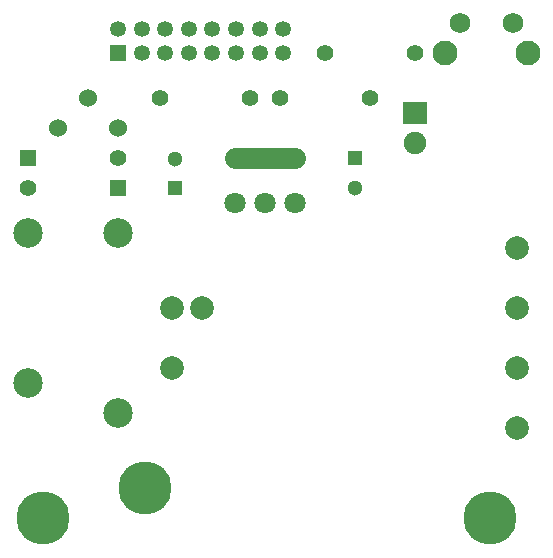
<source format=gtl>
G04 #@! TF.FileFunction,Copper,L1,Top,Signal*
%FSLAX46Y46*%
G04 Gerber Fmt 4.6, Leading zero omitted, Abs format (unit mm)*
G04 Created by KiCad (PCBNEW 4.0.2-stable) date 31-5-2016 17:43:18*
%MOMM*%
G01*
G04 APERTURE LIST*
%ADD10C,0.100000*%
%ADD11R,2.000000X1.900000*%
%ADD12C,1.900000*%
%ADD13C,2.100000*%
%ADD14C,1.750000*%
%ADD15C,1.524000*%
%ADD16R,1.350000X1.350000*%
%ADD17C,1.350000*%
%ADD18R,1.397000X1.397000*%
%ADD19C,1.397000*%
%ADD20C,2.500000*%
%ADD21R,1.300000X1.300000*%
%ADD22C,1.300000*%
%ADD23C,4.500880*%
%ADD24C,2.000000*%
%ADD25C,1.800000*%
%ADD26C,0.600000*%
%ADD27C,1.800000*%
G04 APERTURE END LIST*
D10*
D11*
X177800000Y-107950000D03*
D12*
X177800000Y-110490000D03*
D13*
X187370000Y-102820000D03*
D14*
X186110000Y-100330000D03*
X181610000Y-100330000D03*
D13*
X180360000Y-102820000D03*
D15*
X150114000Y-106680000D03*
X152654000Y-109220000D03*
X147574000Y-109220000D03*
D16*
X152654000Y-102870000D03*
D17*
X154654000Y-102870000D03*
X156654000Y-102870000D03*
X158654000Y-102870000D03*
X160654000Y-102870000D03*
X162654000Y-102870000D03*
X164654000Y-102870000D03*
X166654000Y-102870000D03*
X152654000Y-100870000D03*
X154654000Y-100870000D03*
X156654000Y-100870000D03*
X158654000Y-100870000D03*
X160654000Y-100870000D03*
X162654000Y-100870000D03*
X164654000Y-100870000D03*
X166654000Y-100870000D03*
D18*
X152654000Y-114300000D03*
D19*
X145034000Y-114300000D03*
D18*
X145034000Y-111760000D03*
D19*
X152654000Y-111760000D03*
D20*
X152654000Y-118110000D03*
X145034000Y-118110000D03*
X152654000Y-133350000D03*
X145034000Y-130810000D03*
D19*
X156210000Y-106680000D03*
X163830000Y-106680000D03*
X173990000Y-106680000D03*
X166370000Y-106680000D03*
D21*
X157480000Y-114300000D03*
D22*
X157480000Y-111800000D03*
D21*
X172720000Y-111760000D03*
D22*
X172720000Y-114260000D03*
D19*
X170180000Y-102870000D03*
X177800000Y-102870000D03*
D23*
X154940000Y-139700000D03*
X184150000Y-142240000D03*
X146304000Y-142240000D03*
D24*
X186436000Y-129540000D03*
X159766000Y-124460000D03*
X186436000Y-124460000D03*
X157226000Y-129540000D03*
X157226000Y-124460000D03*
X186436000Y-119380000D03*
X186436000Y-134620000D03*
D25*
X165100000Y-115570000D03*
X167640000Y-115570000D03*
X162560000Y-115570000D03*
D26*
X162560000Y-111760000D03*
X167640000Y-111760000D03*
D27*
X167640000Y-111760000D02*
X162560000Y-111760000D01*
M02*

</source>
